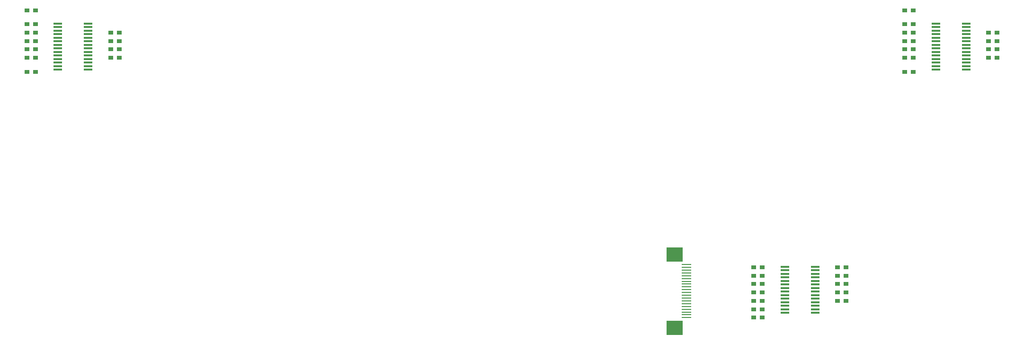
<source format=gbr>
G04 EAGLE Gerber RS-274X export*
G75*
%MOMM*%
%FSLAX34Y34*%
%LPD*%
%INSolderpaste Bottom*%
%IPPOS*%
%AMOC8*
5,1,8,0,0,1.08239X$1,22.5*%
G01*
%ADD10R,1.525000X0.400000*%
%ADD11R,0.900000X0.800000*%
%ADD12R,1.800000X0.275000*%
%ADD13R,3.000000X2.500000*%


D10*
X-757880Y146280D03*
X-757880Y139920D03*
X-757880Y133580D03*
X-757880Y127220D03*
X-757880Y120880D03*
X-757880Y114520D03*
X-757880Y108180D03*
X-757880Y101820D03*
X-757880Y95480D03*
X-757880Y89120D03*
X-757880Y82780D03*
X-757880Y76420D03*
X-757880Y70080D03*
X-757880Y63720D03*
X-812120Y63720D03*
X-812120Y70080D03*
X-812120Y76420D03*
X-812120Y82780D03*
X-812120Y89120D03*
X-812120Y95480D03*
X-812120Y101820D03*
X-812120Y108180D03*
X-812120Y114520D03*
X-812120Y120880D03*
X-812120Y127220D03*
X-812120Y133580D03*
X-812120Y139920D03*
X-812120Y146280D03*
D11*
X-852500Y145000D03*
X-867500Y145000D03*
X-852500Y130000D03*
X-867500Y130000D03*
X-717500Y100000D03*
X-702500Y100000D03*
X-852500Y60000D03*
X-867500Y60000D03*
X-852500Y100000D03*
X-867500Y100000D03*
X-717500Y115000D03*
X-702500Y115000D03*
X-717500Y85000D03*
X-702500Y85000D03*
X-852500Y170000D03*
X-867500Y170000D03*
X-702500Y130000D03*
X-717500Y130000D03*
X-867500Y115000D03*
X-852500Y115000D03*
X-867500Y85000D03*
X-852500Y85000D03*
D10*
X812120Y146280D03*
X812120Y139920D03*
X812120Y133580D03*
X812120Y127220D03*
X812120Y120880D03*
X812120Y114520D03*
X812120Y108180D03*
X812120Y101820D03*
X812120Y95480D03*
X812120Y89120D03*
X812120Y82780D03*
X812120Y76420D03*
X812120Y70080D03*
X812120Y63720D03*
X757880Y63720D03*
X757880Y70080D03*
X757880Y76420D03*
X757880Y82780D03*
X757880Y89120D03*
X757880Y95480D03*
X757880Y101820D03*
X757880Y108180D03*
X757880Y114520D03*
X757880Y120880D03*
X757880Y127220D03*
X757880Y133580D03*
X757880Y139920D03*
X757880Y146280D03*
D11*
X717500Y145000D03*
X702500Y145000D03*
X717500Y130000D03*
X702500Y130000D03*
X852500Y100000D03*
X867500Y100000D03*
X717500Y60000D03*
X702500Y60000D03*
X717500Y100000D03*
X702500Y100000D03*
X852500Y115000D03*
X867500Y115000D03*
X852500Y85000D03*
X867500Y85000D03*
X717500Y170000D03*
X702500Y170000D03*
X867500Y130000D03*
X852500Y130000D03*
X702500Y115000D03*
X717500Y115000D03*
X702500Y85000D03*
X717500Y85000D03*
D10*
X542120Y-288720D03*
X542120Y-295080D03*
X542120Y-301420D03*
X542120Y-307780D03*
X542120Y-314120D03*
X542120Y-320480D03*
X542120Y-326820D03*
X542120Y-333180D03*
X542120Y-339520D03*
X542120Y-345880D03*
X542120Y-352220D03*
X542120Y-358580D03*
X542120Y-364920D03*
X542120Y-371280D03*
X487880Y-371280D03*
X487880Y-364920D03*
X487880Y-358580D03*
X487880Y-352220D03*
X487880Y-345880D03*
X487880Y-339520D03*
X487880Y-333180D03*
X487880Y-326820D03*
X487880Y-320480D03*
X487880Y-314120D03*
X487880Y-307780D03*
X487880Y-301420D03*
X487880Y-295080D03*
X487880Y-288720D03*
D11*
X447500Y-290000D03*
X432500Y-290000D03*
X447500Y-305000D03*
X432500Y-305000D03*
X582500Y-335000D03*
X597500Y-335000D03*
X447500Y-380000D03*
X432500Y-380000D03*
X447500Y-350000D03*
X432500Y-350000D03*
X582500Y-320000D03*
X597500Y-320000D03*
X582500Y-350000D03*
X597500Y-350000D03*
X582500Y-290000D03*
X597500Y-290000D03*
X597500Y-305000D03*
X582500Y-305000D03*
X432500Y-320000D03*
X447500Y-320000D03*
X432500Y-335000D03*
X447500Y-335000D03*
X432500Y-365000D03*
X447500Y-365000D03*
D12*
X312200Y-380000D03*
X312200Y-375000D03*
X312200Y-370000D03*
X312200Y-365000D03*
X312200Y-360000D03*
X312200Y-355000D03*
X312200Y-350000D03*
X312200Y-345000D03*
X312200Y-340000D03*
X312200Y-335000D03*
X312200Y-330000D03*
X312200Y-325000D03*
X312200Y-320000D03*
X312200Y-315000D03*
X312200Y-310000D03*
X312200Y-305000D03*
X312200Y-300000D03*
X312200Y-295000D03*
X312200Y-290000D03*
X312200Y-285000D03*
D13*
X290600Y-398300D03*
X290600Y-266700D03*
M02*

</source>
